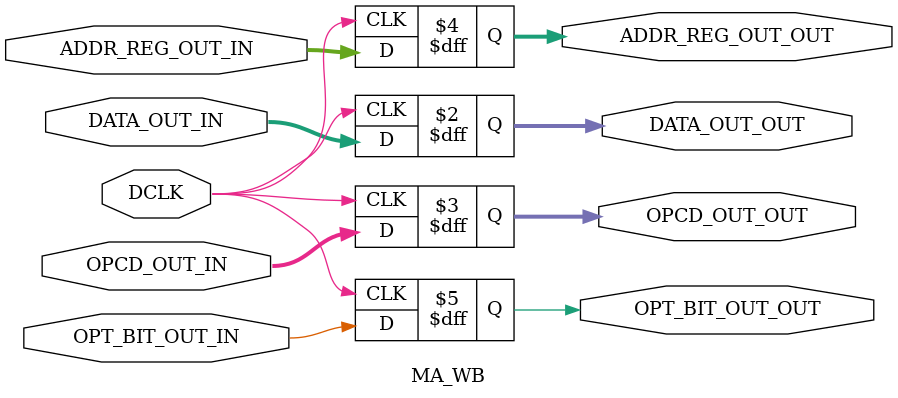
<source format=v>
module MA_WB(DATA_OUT_OUT, OPCD_OUT_OUT, ADDR_REG_OUT_OUT, OPT_BIT_OUT_OUT,
             DATA_OUT_IN, OPCD_OUT_IN, ADDR_REG_OUT_IN, OPT_BIT_OUT_IN, DCLK);

    output reg [15:0] DATA_OUT_OUT;
    output reg [4:0] OPCD_OUT_OUT, ADDR_REG_OUT_OUT;
    output reg OPT_BIT_OUT_OUT;

    input [15:0] DATA_OUT_IN;
    input [4:0] OPCD_OUT_IN, ADDR_REG_OUT_IN;
    input OPT_BIT_OUT_IN;

    input DCLK;

    always @ (posedge DCLK) begin
        DATA_OUT_OUT <= DATA_OUT_IN;
        OPCD_OUT_OUT <= OPCD_OUT_IN;
        ADDR_REG_OUT_OUT <= ADDR_REG_OUT_IN;
        OPT_BIT_OUT_OUT <= OPT_BIT_OUT_IN;
    end
endmodule

</source>
